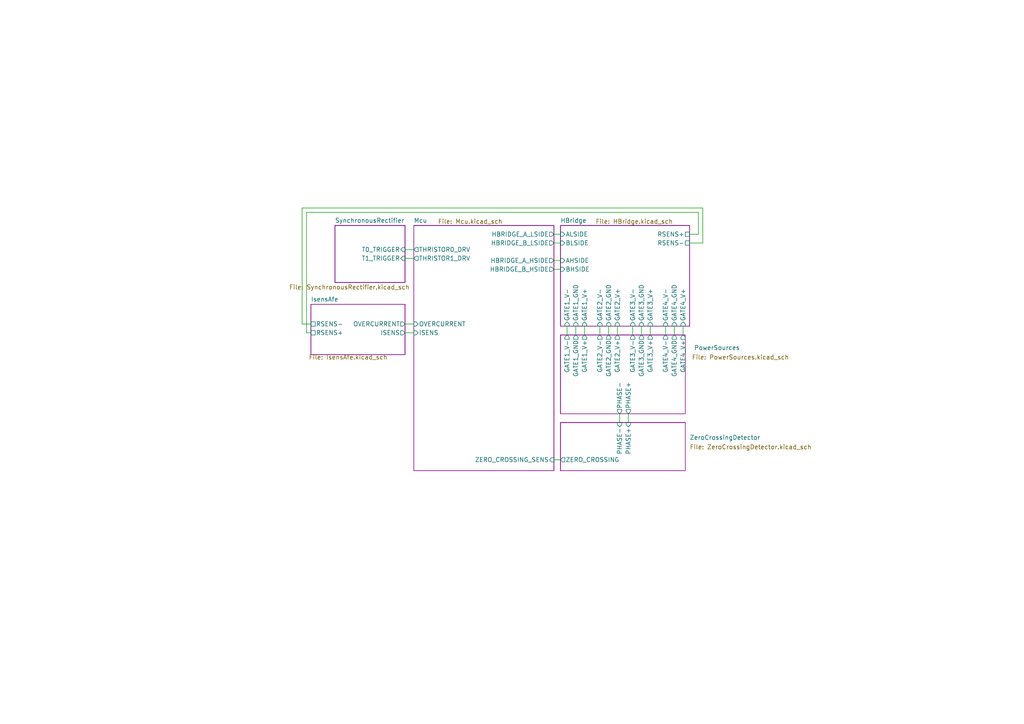
<source format=kicad_sch>
(kicad_sch (version 20200506) (host eeschema "5.99.0-unknown-1f9723c~101~ubuntu18.04.1")
  (page "A4")
  (lib_symbols)
  (wire (pts (xy 87.63 60.325) (xy 203.835 60.325)))
  (wire (pts (xy 87.63 93.98) (xy 87.63 60.325)))
  (wire (pts (xy 87.63 93.98) (xy 90.17 93.98)))
  (wire (pts (xy 88.9 61.595) (xy 88.9 96.52)))
  (wire (pts (xy 88.9 61.595) (xy 202.565 61.595)))
  (wire (pts (xy 88.9 96.52) (xy 90.17 96.52)))
  (wire (pts (xy 117.475 72.39) (xy 120.015 72.39)))
  (wire (pts (xy 117.475 74.93) (xy 120.015 74.93)))
  (wire (pts (xy 117.475 93.98) (xy 120.015 93.98)))
  (wire (pts (xy 117.475 96.52) (xy 120.015 96.52)))
  (wire (pts (xy 160.655 67.945) (xy 162.56 67.945)))
  (wire (pts (xy 160.655 70.485) (xy 162.56 70.485)))
  (wire (pts (xy 160.655 75.565) (xy 162.56 75.565)))
  (wire (pts (xy 160.655 78.105) (xy 162.56 78.105)))
  (wire (pts (xy 160.655 133.35) (xy 162.56 133.35)))
  (wire (pts (xy 164.465 94.615) (xy 164.465 97.155)))
  (wire (pts (xy 167.005 94.615) (xy 167.005 97.155)))
  (wire (pts (xy 169.545 94.615) (xy 169.545 97.155)))
  (wire (pts (xy 173.99 94.615) (xy 173.99 97.155)))
  (wire (pts (xy 176.53 94.615) (xy 176.53 97.155)))
  (wire (pts (xy 179.07 94.615) (xy 179.07 97.155)))
  (wire (pts (xy 179.705 120.015) (xy 179.705 122.555)))
  (wire (pts (xy 182.245 120.015) (xy 182.245 122.555)))
  (wire (pts (xy 183.515 94.615) (xy 183.515 97.155)))
  (wire (pts (xy 186.055 94.615) (xy 186.055 97.155)))
  (wire (pts (xy 188.595 94.615) (xy 188.595 97.155)))
  (wire (pts (xy 193.04 94.615) (xy 193.04 97.155)))
  (wire (pts (xy 195.58 94.615) (xy 195.58 97.155)))
  (wire (pts (xy 198.12 94.615) (xy 198.12 97.155)))
  (wire (pts (xy 202.565 61.595) (xy 202.565 67.945)))
  (wire (pts (xy 202.565 67.945) (xy 200.025 67.945)))
  (wire (pts (xy 203.835 60.325) (xy 203.835 70.485)))
  (wire (pts (xy 203.835 70.485) (xy 200.025 70.485)))
  (sheet (at 162.56 65.405) (size 37.465 29.21) (stroke (width 0.152) (color 132 0 132 1)) (fill (color 255 255 255 0.0000))
    (property "Sheet name" "HBridge" (at 162.56 64.6936 0) (effects (justify left bottom)))
    (property "Sheet file" "HBridge.kicad_sch" (at 172.72 63.5 0) (effects (justify left top)))
    (pin "GATE2_V-" input (at 173.99 94.615 270))
    (pin "AHSIDE" input (at 162.56 75.565 180))
    (pin "ALSIDE" input (at 162.56 67.945 180))
    (pin "GATE2_V+" input (at 179.07 94.615 270))
    (pin "GATE1_V-" input (at 164.465 94.615 270))
    (pin "GATE1_V+" input (at 169.545 94.615 270))
    (pin "RSENS+" passive (at 200.025 67.945 0))
    (pin "RSENS-" passive (at 200.025 70.485 0))
    (pin "BHSIDE" input (at 162.56 78.105 180))
    (pin "BLSIDE" input (at 162.56 70.485 180))
    (pin "GATE3_V+" input (at 188.595 94.615 270))
    (pin "GATE3_V-" input (at 183.515 94.615 270))
    (pin "GATE4_V+" input (at 198.12 94.615 270))
    (pin "GATE4_V-" input (at 193.04 94.615 270))
    (pin "GATE1_GND" input (at 167.005 94.615 270))
    (pin "GATE2_GND" input (at 176.53 94.615 270))
    (pin "GATE3_GND" input (at 186.055 94.615 270))
    (pin "GATE4_GND" input (at 195.58 94.615 270))
  )
  (sheet (at 90.17 88.265) (size 27.305 14.605) (stroke (width 0.152) (color 132 0 132 1)) (fill (color 255 255 255 0.0000))
    (property "Sheet name" "IsensAfe" (at 90.17 87.5536 0) (effects (justify left bottom)))
    (property "Sheet file" "IsensAfe.kicad_sch" (at 89.535 102.87 0) (effects (justify left top)))
    (pin "RSENS+" passive (at 90.17 96.52 180))
    (pin "RSENS-" passive (at 90.17 93.98 180))
    (pin "ISENS" output (at 117.475 96.52 0))
    (pin "OVERCURRENT" output (at 117.475 93.98 0))
  )
  (sheet (at 120.015 65.405) (size 40.64 71.12) (stroke (width 0.152) (color 132 0 132 1)) (fill (color 255 255 255 0.0000))
    (property "Sheet name" "Mcu" (at 120.015 64.6936 0) (effects (justify left bottom)))
    (property "Sheet file" "Mcu.kicad_sch" (at 127 63.5 0) (effects (justify left top)))
    (pin "HBRIDGE_A_LSIDE" output (at 160.655 67.945 0))
    (pin "HBRIDGE_B_HSIDE" output (at 160.655 78.105 0))
    (pin "THRISTOR0_DRV" output (at 120.015 72.39 180))
    (pin "THRISTOR1_DRV" output (at 120.015 74.93 180))
    (pin "ZERO_CROSSING_SENS" input (at 160.655 133.35 0))
    (pin "HBRIDGE_A_HSIDE" output (at 160.655 75.565 0))
    (pin "HBRIDGE_B_LSIDE" output (at 160.655 70.485 0))
    (pin "OVERCURRENT" input (at 120.015 93.98 180))
    (pin "ISENS" input (at 120.015 96.52 180))
  )
  (sheet (at 162.56 97.155) (size 36.195 22.86) (stroke (width 0.152) (color 132 0 132 1)) (fill (color 255 255 255 0.0000))
    (property "Sheet name" "PowerSources" (at 201.295 101.6 0) (effects (justify left bottom)))
    (property "Sheet file" "PowerSources.kicad_sch" (at 200.66 102.87 0) (effects (justify left top)))
    (pin "GATE4_V-" output (at 193.04 97.155 90))
    (pin "GATE3_V+" output (at 188.595 97.155 90))
    (pin "GATE3_GND" output (at 186.055 97.155 90))
    (pin "GATE3_V-" output (at 183.515 97.155 90))
    (pin "GATE4_V+" output (at 198.12 97.155 90))
    (pin "GATE4_GND" output (at 195.58 97.155 90))
    (pin "GATE1_V+" output (at 169.545 97.155 90))
    (pin "GATE2_GND" output (at 176.53 97.155 90))
    (pin "GATE1_GND" output (at 167.005 97.155 90))
    (pin "GATE1_V-" output (at 164.465 97.155 90))
    (pin "GATE2_V+" output (at 179.07 97.155 90))
    (pin "GATE2_V-" output (at 173.99 97.155 90))
    (pin "PHASE+" output (at 182.245 120.015 270))
    (pin "PHASE-" output (at 179.705 120.015 270))
  )
  (sheet (at 97.155 65.405) (size 20.32 16.51) (stroke (width 0.152) (color 132 0 132 1)) (fill (color 255 255 255 0.0000))
    (property "Sheet name" "SynchronousRectifier" (at 97.155 64.694 0) (effects (justify left bottom)))
    (property "Sheet file" "SynchronousRectifier.kicad_sch" (at 83.82 82.55 0) (effects (justify left top)))
    (pin "T0_TRIGGER" input (at 117.475 72.39 0))
    (pin "T1_TRIGGER" input (at 117.475 74.93 0))
  )
  (sheet (at 162.56 122.555) (size 36.195 13.97) (stroke (width 0.152) (color 132 0 132 1)) (fill (color 255 255 255 0.0000))
    (property "Sheet name" "ZeroCrossingDetector" (at 200.025 127.635 0) (effects (justify left bottom)))
    (property "Sheet file" "ZeroCrossingDetector.kicad_sch" (at 200.025 128.905 0) (effects (justify left top)))
    (pin "ZERO_CROSSING" output (at 162.56 133.35 180))
    (pin "PHASE+" input (at 182.245 122.555 90))
    (pin "PHASE-" input (at 179.705 122.555 90))
  )
)
</source>
